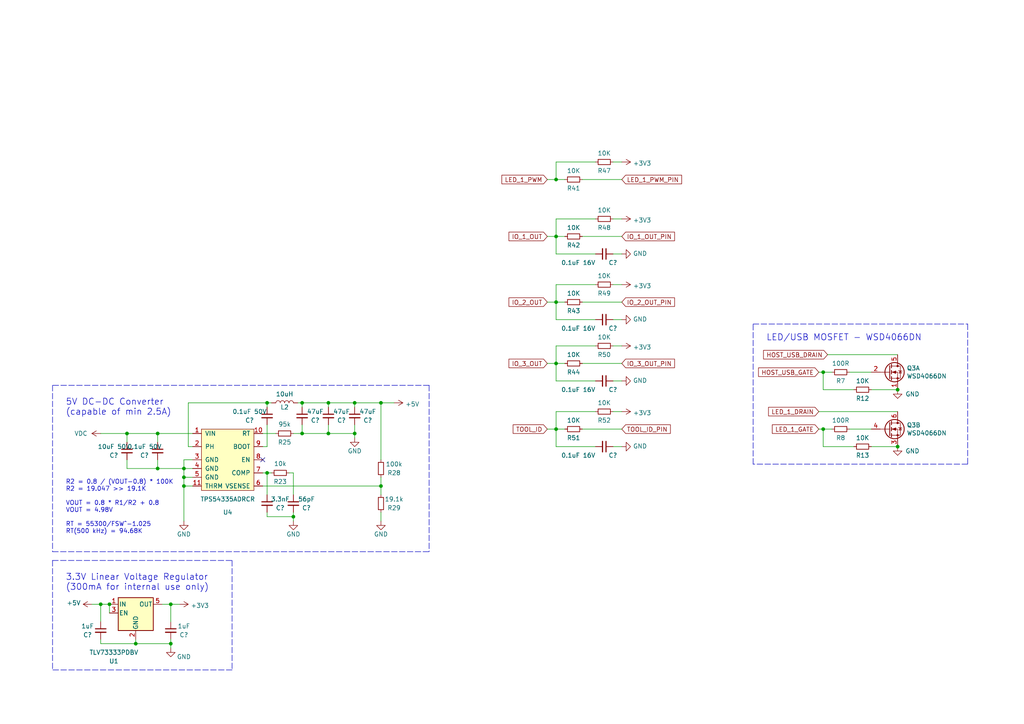
<source format=kicad_sch>
(kicad_sch (version 20231120) (generator "eeschema") (generator_version "8.0")
  (paper "A4")
  (title_block (title "Power Management & Control") (date "2021-10-17") (rev "0.0") (company "VORTAC DESIGN") (comment 1 "!! wip untested revesion !!") (comment 2 "Designed to be used with Klipper Firmware") (comment 3 "Canbus Networked Smart Tool Board") (comment 4 "-- VORTAC PCB --"))
  (lib_symbols
    (symbol "Device:C_Small" (pin_numbers hide) (pin_names (offset 0.254) hide)
      (property "Reference" "C" (at 0.254 1.778 0))
      (property "Value" "C_Small" (at 0.254 -2.032 0))
      (symbol "C_Small_0_1"
        (polyline (pts (xy -1.524 -0.508) (xy 1.524 -0.508)) (stroke (width 0.3302)))
        (polyline (pts (xy -1.524 0.508) (xy 1.524 0.508)) (stroke (width 0.3048)))
      )
      (symbol "C_Small_1_1"
        (pin passive line (at 0 2.54 270) (length 2.032) (name "~") (number "1"))
        (pin passive line (at 0 -2.54 90) (length 2.032) (name "~") (number "2"))
      )
    )
    (symbol "Device:L" (pin_numbers hide) (pin_names (offset 1.016) hide)
      (property "Reference" "L" (at -1.27 0 90))
      (property "Value" "L" (at 1.905 0 90))
      (symbol "L_0_1"
        (arc (start 0 -2.54) (mid 0.6323 -1.905) (end 0 -1.27))
        (arc (start 0 -1.27) (mid 0.6323 -0.635) (end 0 0))
        (arc (start 0 0) (mid 0.6323 0.635) (end 0 1.27))
        (arc (start 0 1.27) (mid 0.6323 1.905) (end 0 2.54))
      )
      (symbol "L_1_1"
        (pin passive line (at 0 3.81 270) (length 1.27) (name "1") (number "1"))
        (pin passive line (at 0 -3.81 90) (length 1.27) (name "2") (number "2"))
      )
    )
    (symbol "Device:R_Small" (pin_numbers hide) (pin_names (offset 0.254) hide)
      (property "Reference" "R" (at 0.762 0.508 0))
      (property "Value" "R_Small" (at 0.762 -1.016 0))
      (symbol "R_Small_0_1"
        (rectangle (start -0.762 1.778) (end 0.762 -1.778) (stroke (width 0.2032)))
      )
      (symbol "R_Small_1_1"
        (pin passive line (at 0 2.54 270) (length 0.762) (name "~") (number "1"))
        (pin passive line (at 0 -2.54 90) (length 0.762) (name "~") (number "2"))
      )
    )
    (symbol "Regulator_Linear:TLV73333PDBV" (pin_names (offset 0.254))
      (property "Reference" "U" (at -3.81 5.715 0))
      (property "Value" "TLV73333PDBV" (at 0 5.715 0))
      (symbol "TLV73333PDBV_0_1"
        (rectangle (start -5.08 4.445) (end 5.08 -5.08) (stroke (width 0.254)) (fill (type background)))
      )
      (symbol "TLV73333PDBV_1_1"
        (pin power_in line (at -7.62 2.54 0) (length 2.54) (name "IN") (number "1"))
        (pin power_in line (at 0 -7.62 90) (length 2.54) (name "GND") (number "2"))
        (pin input line (at -7.62 0 0) (length 2.54) (name "EN") (number "3"))
        (pin no_connect line (at 5.08 0 180) (length 2.54) hide (name "NC") (number "4"))
        (pin power_out line (at 7.62 2.54 180) (length 2.54) (name "OUT") (number "5"))
      )
    )
    (symbol "ToolChanger:TPS54335ADRCR" (pin_names (offset 1.016))
      (property "Reference" "U" (at -3.81 12.7 0))
      (property "Value" "TPS54335ADRCR" (at 0 10.16 0))
      (symbol "TPS54335ADRCR_0_1"
        (rectangle (start -7.62 8.89) (end 7.62 -8.89) (fill (type background)))
      )
      (symbol "TPS54335ADRCR_1_1"
        (pin input line (at -10.16 7.62 0) (length 2.54) (name "VIN") (number "1"))
        (pin input line (at 10.16 7.62 180) (length 2.54) (name "RT") (number "10"))
        (pin input line (at -10.16 -7.62 0) (length 2.54) (name "THRM") (number "11"))
        (pin output line (at -10.16 3.81 0) (length 2.54) (name "PH") (number "2"))
        (pin input line (at -10.16 0 0) (length 2.54) (name "GND") (number "3"))
        (pin input line (at -10.16 -2.54 0) (length 2.54) (name "GND") (number "4"))
        (pin input line (at -10.16 -5.08 0) (length 2.54) (name "GND") (number "5"))
        (pin input line (at 10.16 -7.62 180) (length 2.54) (name "VSENSE") (number "6"))
        (pin input line (at 10.16 -3.81 180) (length 2.54) (name "COMP") (number "7"))
        (pin input line (at 10.16 0 180) (length 2.54) (name "EN") (number "8"))
        (pin input line (at 10.16 3.81 180) (length 2.54) (name "BOOT") (number "9"))
      )
    )
    (symbol "ToolChanger:WSD4066DN" (pin_names hide)
      (property "Reference" "Q" (at 5.08 1.905 0))
      (property "Value" "WSD4066DN" (at 5.08 0 0))
      (symbol "WSD4066DN_0_1"
        (polyline (pts (xy 0.254 0) (xy -2.54 0)))
        (polyline (pts (xy 0.254 1.905) (xy 0.254 -1.905)) (stroke (width 0.254)))
        (polyline (pts (xy 0.762 -1.27) (xy 0.762 -2.286)) (stroke (width 0.254)))
        (polyline (pts (xy 0.762 0.508) (xy 0.762 -0.508)) (stroke (width 0.254)))
        (polyline (pts (xy 0.762 2.286) (xy 0.762 1.27)) (stroke (width 0.254)))
        (polyline (pts (xy 2.54 2.54) (xy 2.54 1.778)))
        (polyline (pts (xy 2.54 -2.54) (xy 2.54 0) (xy 0.762 0)))
        (polyline (pts (xy 0.762 -1.778) (xy 3.302 -1.778) (xy 3.302 1.778) (xy 0.762 1.778)))
        (polyline (pts (xy 1.016 0) (xy 2.032 0.381) (xy 2.032 -0.381) (xy 1.016 0)) (fill (type outline)))
        (polyline (pts (xy 2.794 0.508) (xy 2.921 0.381) (xy 3.683 0.381) (xy 3.81 0.254)))
        (polyline (pts (xy 3.302 0.381) (xy 2.921 -0.254) (xy 3.683 -0.254) (xy 3.302 0.381)))
        (circle (center 1.651 0) (radius 2.794) (stroke (width 0.254)))
        (circle (center 2.54 -1.778) (radius 0.254) (fill (type outline)))
        (circle (center 2.54 1.778) (radius 0.254) (fill (type outline)))
      )
      (symbol "WSD4066DN_1_1"
        (pin passive line (at 2.54 -5.08 90) (length 2.54) (name "S2") (number "1"))
        (pin passive line (at -5.08 0 0) (length 2.54) (name "G2") (number "2"))
        (pin passive line (at 2.54 5.08 270) (length 2.54) (name "D2") (number "5"))
      )
      (symbol "WSD4066DN_2_1"
        (pin passive line (at 2.54 -5.08 90) (length 2.54) (name "S2") (number "3"))
        (pin passive line (at -5.08 0 0) (length 2.54) (name "G2") (number "4"))
        (pin passive line (at 2.54 5.08 270) (length 2.54) (name "D2") (number "6"))
      )
    )
    (symbol "VORTAC-rescue:+3.3V-power" (power) (pin_names (offset 0))
      (property "Value" "power_+3.3V" (at 0 3.556 0))
      (symbol "+3.3V-power_0_1"
        (polyline (pts (xy -0.762 1.27) (xy 0 2.54)))
        (polyline (pts (xy 0 0) (xy 0 2.54)))
        (polyline (pts (xy 0 2.54) (xy 0.762 1.27)))
      )
      (symbol "+3.3V-power_1_1"
        (pin power_in line (at 0 0 90) (length 0) hide (name "+3V3") (number "1"))
      )
    )
    (symbol "VORTAC-rescue:+5V-power" (power) (pin_names (offset 0))
      (property "Value" "power_+5V" (at 0 3.556 0))
      (symbol "+5V-power_0_1"
        (polyline (pts (xy -0.762 1.27) (xy 0 2.54)))
        (polyline (pts (xy 0 0) (xy 0 2.54)))
        (polyline (pts (xy 0 2.54) (xy 0.762 1.27)))
      )
      (symbol "+5V-power_1_1"
        (pin power_in line (at 0 0 90) (length 0) hide (name "+5V") (number "1"))
      )
    )
    (symbol "VORTAC-rescue:GND-power" (power) (pin_names (offset 0))
      (property "Value" "power_GND" (at 0 -3.81 0))
      (symbol "GND-power_0_1"
        (polyline (pts (xy 0 0) (xy 0 -1.27) (xy 1.27 -1.27) (xy 0 -2.54) (xy -1.27 -1.27) (xy 0 -1.27)))
      )
      (symbol "GND-power_1_1"
        (pin power_in line (at 0 0 270) (length 0) hide (name "GND") (number "1"))
      )
    )
    (symbol "VORTAC-rescue:VDC-power" (power) (pin_names (offset 0))
      (property "Value" "power_VDC" (at 0 6.35 0))
      (symbol "VDC-power_0_1"
        (polyline (pts (xy -0.762 1.27) (xy 0 2.54)))
        (polyline (pts (xy 0 0) (xy 0 2.54)))
        (polyline (pts (xy 0 2.54) (xy 0.762 1.27)))
      )
      (symbol "VDC-power_1_1"
        (pin power_in line (at 0 0 90) (length 0) hide (name "VDC") (number "1"))
      )
    )
  )
  (junction (at 85.09 149.86))
  (junction (at 53.34 138.43))
  (junction (at 31.75 175.26))
  (junction (at 161.29 87.63))
  (junction (at 110.49 140.97))
  (junction (at 49.53 186.69))
  (junction (at 53.34 135.89))
  (junction (at 87.63 116.84))
  (junction (at 102.87 125.73))
  (junction (at 161.29 105.41))
  (junction (at 260.35 129.54))
  (junction (at 95.25 125.73))
  (junction (at 161.29 68.58))
  (junction (at 161.29 124.46))
  (junction (at 87.63 125.73))
  (junction (at 260.35 113.03))
  (junction (at 29.21 175.26))
  (junction (at 238.76 124.46))
  (junction (at 110.49 116.84))
  (junction (at 49.53 175.26))
  (junction (at 39.37 186.69))
  (junction (at 36.83 125.73))
  (junction (at 45.72 125.73))
  (junction (at 102.87 116.84))
  (junction (at 77.47 116.84))
  (junction (at 238.76 107.95))
  (junction (at 45.72 135.89))
  (junction (at 77.47 137.16))
  (junction (at 161.29 52.07))
  (junction (at 53.34 140.97))
  (junction (at 95.25 116.84))
  (no_connect (at 76.2 133.35))
  (wire (pts (xy 237.49 107.95) (xy 238.76 107.95)))
  (wire (pts (xy 161.29 87.63) (xy 161.29 92.71)))
  (wire (pts (xy 177.8 63.5) (xy 180.34 63.5)))
  (wire (pts (xy 29.21 186.69) (xy 39.37 186.69)))
  (wire (pts (xy 45.72 128.27) (xy 45.72 125.73)))
  (wire (pts (xy 110.49 143.51) (xy 110.49 140.97)))
  (wire (pts (xy 29.21 185.42) (xy 29.21 186.69)))
  (wire (pts (xy 161.29 124.46) (xy 158.75 124.46)))
  (wire (pts (xy 53.34 140.97) (xy 53.34 138.43)))
  (wire (pts (xy 95.25 125.73) (xy 95.25 123.19)))
  (wire (pts (xy 238.76 129.54) (xy 238.76 124.46)))
  (wire (pts (xy 36.83 128.27) (xy 36.83 125.73)))
  (wire (pts (xy 177.8 100.33) (xy 180.34 100.33)))
  (wire (pts (xy 55.88 138.43) (xy 53.34 138.43)))
  (wire (pts (xy 77.47 116.84) (xy 78.74 116.84)))
  (wire (pts (xy 85.09 137.16) (xy 85.09 143.51)))
  (wire (pts (xy 110.49 151.13) (xy 110.49 148.59)))
  (wire (pts (xy 55.88 140.97) (xy 53.34 140.97)))
  (wire (pts (xy 110.49 116.84) (xy 110.49 133.35)))
  (wire (pts (xy 177.8 46.99) (xy 180.34 46.99)))
  (wire (pts (xy 161.29 87.63) (xy 158.75 87.63)))
  (wire (pts (xy 36.83 135.89) (xy 45.72 135.89)))
  (wire (pts (xy 77.47 148.59) (xy 77.47 149.86)))
  (wire (pts (xy 49.53 186.69) (xy 49.53 185.42)))
  (polyline (pts (xy 15.24 160.02) (xy 124.46 160.02)) (stroke (width 0) (type dash)))
  (wire (pts (xy 54.61 129.54) (xy 55.88 129.54)))
  (wire (pts (xy 102.87 123.19) (xy 102.87 125.73)))
  (wire (pts (xy 76.2 129.54) (xy 77.47 129.54)))
  (wire (pts (xy 45.72 133.35) (xy 45.72 135.89)))
  (polyline (pts (xy 218.44 134.62) (xy 218.44 93.98)) (stroke (width 0) (type dash)))
  (wire (pts (xy 177.8 119.38) (xy 180.34 119.38)))
  (wire (pts (xy 95.25 116.84) (xy 102.87 116.84)))
  (wire (pts (xy 39.37 186.69) (xy 49.53 186.69)))
  (wire (pts (xy 53.34 133.35) (xy 55.88 133.35)))
  (polyline (pts (xy 280.67 93.98) (xy 280.67 134.62)) (stroke (width 0) (type dash)))
  (wire (pts (xy 161.29 129.54) (xy 172.72 129.54)))
  (wire (pts (xy 29.21 125.73) (xy 36.83 125.73)))
  (wire (pts (xy 168.91 105.41) (xy 180.34 105.41)))
  (wire (pts (xy 161.29 119.38) (xy 172.72 119.38)))
  (wire (pts (xy 168.91 87.63) (xy 180.34 87.63)))
  (wire (pts (xy 246.38 107.95) (xy 252.73 107.95)))
  (wire (pts (xy 252.73 129.54) (xy 260.35 129.54)))
  (wire (pts (xy 45.72 135.89) (xy 53.34 135.89)))
  (wire (pts (xy 161.29 124.46) (xy 161.29 129.54)))
  (wire (pts (xy 161.29 92.71) (xy 172.72 92.71)))
  (wire (pts (xy 36.83 133.35) (xy 36.83 135.89)))
  (wire (pts (xy 161.29 63.5) (xy 172.72 63.5)))
  (wire (pts (xy 36.83 125.73) (xy 45.72 125.73)))
  (wire (pts (xy 168.91 124.46) (xy 180.34 124.46)))
  (polyline (pts (xy 67.31 194.31) (xy 15.24 194.31)) (stroke (width 0) (type dash)))
  (wire (pts (xy 54.61 129.54) (xy 54.61 116.84)))
  (wire (pts (xy 161.29 68.58) (xy 161.29 73.66)))
  (wire (pts (xy 161.29 100.33) (xy 161.29 105.41)))
  (wire (pts (xy 161.29 100.33) (xy 172.72 100.33)))
  (wire (pts (xy 83.82 137.16) (xy 85.09 137.16)))
  (wire (pts (xy 161.29 52.07) (xy 163.83 52.07)))
  (wire (pts (xy 45.72 125.73) (xy 55.88 125.73)))
  (wire (pts (xy 161.29 52.07) (xy 158.75 52.07)))
  (wire (pts (xy 177.8 82.55) (xy 180.34 82.55)))
  (polyline (pts (xy 218.44 93.98) (xy 280.67 93.98)) (stroke (width 0) (type dash)))
  (wire (pts (xy 260.35 113.03) (xy 252.73 113.03)))
  (wire (pts (xy 26.67 175.26) (xy 29.21 175.26)))
  (wire (pts (xy 161.29 68.58) (xy 158.75 68.58)))
  (wire (pts (xy 77.47 118.11) (xy 77.47 116.84)))
  (wire (pts (xy 86.36 116.84) (xy 87.63 116.84)))
  (polyline (pts (xy 124.46 111.76) (xy 124.46 160.02)) (stroke (width 0) (type dash)))
  (wire (pts (xy 110.49 140.97) (xy 110.49 138.43)))
  (wire (pts (xy 247.65 129.54) (xy 238.76 129.54)))
  (polyline (pts (xy 15.24 162.56) (xy 67.31 162.56)) (stroke (width 0) (type dash)))
  (wire (pts (xy 237.49 119.38) (xy 260.35 119.38)))
  (wire (pts (xy 49.53 186.69) (xy 49.53 187.96)))
  (wire (pts (xy 161.29 110.49) (xy 172.72 110.49)))
  (wire (pts (xy 76.2 137.16) (xy 77.47 137.16)))
  (wire (pts (xy 53.34 135.89) (xy 53.34 133.35)))
  (wire (pts (xy 238.76 124.46) (xy 241.3 124.46)))
  (wire (pts (xy 177.8 92.71) (xy 180.34 92.71)))
  (wire (pts (xy 161.29 119.38) (xy 161.29 124.46)))
  (wire (pts (xy 102.87 127) (xy 102.87 125.73)))
  (wire (pts (xy 161.29 105.41) (xy 158.75 105.41)))
  (wire (pts (xy 53.34 138.43) (xy 53.34 135.89)))
  (wire (pts (xy 102.87 116.84) (xy 110.49 116.84)))
  (wire (pts (xy 87.63 116.84) (xy 95.25 116.84)))
  (wire (pts (xy 240.03 102.87) (xy 260.35 102.87)))
  (wire (pts (xy 177.8 129.54) (xy 180.34 129.54)))
  (polyline (pts (xy 67.31 162.56) (xy 67.31 194.31)) (stroke (width 0) (type dash)))
  (wire (pts (xy 85.09 151.13) (xy 85.09 149.86)))
  (wire (pts (xy 55.88 135.89) (xy 53.34 135.89)))
  (wire (pts (xy 161.29 63.5) (xy 161.29 68.58)))
  (wire (pts (xy 87.63 125.73) (xy 95.25 125.73)))
  (wire (pts (xy 53.34 140.97) (xy 53.34 151.13)))
  (wire (pts (xy 85.09 148.59) (xy 85.09 149.86)))
  (wire (pts (xy 246.38 124.46) (xy 252.73 124.46)))
  (wire (pts (xy 76.2 125.73) (xy 80.01 125.73)))
  (polyline (pts (xy 280.67 134.62) (xy 218.44 134.62)) (stroke (width 0) (type dash)))
  (wire (pts (xy 76.2 140.97) (xy 110.49 140.97)))
  (wire (pts (xy 49.53 175.26) (xy 52.07 175.26)))
  (wire (pts (xy 161.29 82.55) (xy 172.72 82.55)))
  (wire (pts (xy 29.21 175.26) (xy 31.75 175.26)))
  (wire (pts (xy 161.29 82.55) (xy 161.29 87.63)))
  (wire (pts (xy 39.37 186.69) (xy 39.37 185.42)))
  (wire (pts (xy 237.49 124.46) (xy 238.76 124.46)))
  (wire (pts (xy 161.29 87.63) (xy 163.83 87.63)))
  (wire (pts (xy 161.29 46.99) (xy 172.72 46.99)))
  (wire (pts (xy 95.25 118.11) (xy 95.25 116.84)))
  (wire (pts (xy 77.47 137.16) (xy 78.74 137.16)))
  (wire (pts (xy 161.29 105.41) (xy 161.29 110.49)))
  (wire (pts (xy 102.87 125.73) (xy 95.25 125.73)))
  (wire (pts (xy 238.76 107.95) (xy 241.3 107.95)))
  (wire (pts (xy 161.29 124.46) (xy 163.83 124.46)))
  (wire (pts (xy 87.63 118.11) (xy 87.63 116.84)))
  (wire (pts (xy 238.76 107.95) (xy 238.76 113.03)))
  (wire (pts (xy 168.91 68.58) (xy 180.34 68.58)))
  (wire (pts (xy 168.91 52.07) (xy 180.34 52.07)))
  (wire (pts (xy 77.47 149.86) (xy 85.09 149.86)))
  (wire (pts (xy 49.53 175.26) (xy 49.53 180.34)))
  (wire (pts (xy 31.75 177.8) (xy 31.75 175.26)))
  (polyline (pts (xy 124.46 111.76) (xy 15.24 111.76)) (stroke (width 0) (type dash)))
  (wire (pts (xy 110.49 116.84) (xy 114.3 116.84)))
  (wire (pts (xy 161.29 68.58) (xy 163.83 68.58)))
  (wire (pts (xy 161.29 73.66) (xy 172.72 73.66)))
  (wire (pts (xy 46.99 175.26) (xy 49.53 175.26)))
  (polyline (pts (xy 15.24 162.56) (xy 15.24 194.31)) (stroke (width 0) (type dash)))
  (wire (pts (xy 77.47 129.54) (xy 77.47 123.19)))
  (wire (pts (xy 85.09 125.73) (xy 87.63 125.73)))
  (wire (pts (xy 87.63 123.19) (xy 87.63 125.73)))
  (wire (pts (xy 102.87 118.11) (xy 102.87 116.84)))
  (polyline (pts (xy 15.24 111.76) (xy 15.24 160.02)) (stroke (width 0) (type dash)))
  (wire (pts (xy 77.47 116.84) (xy 54.61 116.84)))
  (wire (pts (xy 177.8 110.49) (xy 180.34 110.49)))
  (wire (pts (xy 177.8 73.66) (xy 180.34 73.66)))
  (wire (pts (xy 77.47 137.16) (xy 77.47 143.51)))
  (wire (pts (xy 238.76 113.03) (xy 247.65 113.03)))
  (wire (pts (xy 29.21 175.26) (xy 29.21 180.34)))
  (wire (pts (xy 161.29 46.99) (xy 161.29 52.07)))
  (wire (pts (xy 161.29 105.41) (xy 163.83 105.41)))
  (text "R2 = 0.8 / (VOUT-0.8) * 100K\nR2 = 19.047 >> 19.1K\n\nVOUT = 0.8 * R1/R2 + 0.8\nVOUT = 4.98V\n\nRT = 55300/FSW^-1.025\nRT(500 kHz) = 94.68K" (at 19.05 154.94 0) (effects (font (size 1.27 1.27)) (justify left bottom)))
  (text "5V DC-DC Converter\n(capable of min 2.5A)" (at 19.05 120.65 0) (effects (font (size 1.8034 1.8034)) (justify left bottom)))
  (text "LED/USB MOSFET - WSD4066DN" (at 222.25 99.06 0) (effects (font (size 1.8034 1.8034)) (justify left bottom)))
  (text "3.3V Linear Voltage Regulator\n(300mA for internal use only)" (at 19.05 171.45 0) (effects (font (size 1.8034 1.8034)) (justify left bottom)))
  (global_label "IO_1_OUT_PIN" (shape input) (at 180.34 68.58 0) (property "Intersheetrefs" "${INTERSHEET_REFS}" (effects (hide yes))))
  (global_label "TOOL_ID_PIN" (shape input) (at 180.34 124.46 0) (property "Intersheetrefs" "${INTERSHEET_REFS}" (effects (hide yes))))
  (global_label "LED_1_GATE" (shape input) (at 237.49 124.46 180) (property "Intersheetrefs" "${INTERSHEET_REFS}" (effects (hide yes))))
  (global_label "LED_1_PWM" (shape input) (at 158.75 52.07 180) (property "Intersheetrefs" "${INTERSHEET_REFS}" (effects (hide yes))))
  (global_label "HOST_USB_DRAIN" (shape input) (at 240.03 102.87 180) (property "Intersheetrefs" "${INTERSHEET_REFS}" (effects (hide yes))))
  (global_label "IO_2_OUT_PIN" (shape input) (at 180.34 87.63 0) (property "Intersheetrefs" "${INTERSHEET_REFS}" (effects (hide yes))))
  (global_label "IO_3_OUT_PIN" (shape input) (at 180.34 105.41 0) (property "Intersheetrefs" "${INTERSHEET_REFS}" (effects (hide yes))))
  (global_label "LED_1_PWM_PIN" (shape input) (at 180.34 52.07 0) (property "Intersheetrefs" "${INTERSHEET_REFS}" (effects (hide yes))))
  (global_label "TOOL_ID" (shape input) (at 158.75 124.46 180) (property "Intersheetrefs" "${INTERSHEET_REFS}" (effects (hide yes))))
  (global_label "IO_2_OUT" (shape input) (at 158.75 87.63 180) (property "Intersheetrefs" "${INTERSHEET_REFS}" (effects (hide yes))))
  (global_label "LED_1_DRAIN" (shape input) (at 237.49 119.38 180) (property "Intersheetrefs" "${INTERSHEET_REFS}" (effects (hide yes))))
  (global_label "IO_1_OUT" (shape input) (at 158.75 68.58 180) (property "Intersheetrefs" "${INTERSHEET_REFS}" (effects (hide yes))))
  (global_label "HOST_USB_GATE" (shape input) (at 237.49 107.95 180) (property "Intersheetrefs" "${INTERSHEET_REFS}" (effects (hide yes))))
  (global_label "IO_3_OUT" (shape input) (at 158.75 105.41 180) (property "Intersheetrefs" "${INTERSHEET_REFS}" (effects (hide yes))))
  (symbol (lib_id "ToolChanger:WSD4066DN") (at 257.81 124.46 0) (unit 2)
    (property "Reference" "Q3" (at 262.9916 123.2916 0) (effects (justify left)))
    (property "Value" "WSD4066DN" (at 262.9916 125.603 0) (effects (justify left)))
    (property "Footprint" "ToolChanger:WSD4066DN_ThermalPad" (effects (hide yes)))
    (property "Datasheet" "https://www.lcsc.com/product-detail/MOSFETs_Winsok-Semicon-WSD4066DN_C377861.html" (effects (hide yes)))
    (property "LCSC" "C377861" (effects (hide yes)))
  )
  (symbol (lib_id "VORTAC-rescue:GND-power") (at 260.35 113.03 0) (unit 1)
    (property "Reference" "#PWR011" (effects (hide yes)))
    (property "Value" "GND" (at 266.7 114.3 0) (effects (justify right)))
  )
  (symbol (lib_id "Device:R_Small") (at 250.19 113.03 270) (unit 1)
    (property "Reference" "R12" (at 250.19 115.57 90))
    (property "Value" "10K" (at 250.19 110.49 90))
    (property "Footprint" "Resistor_SMD:R_0402_1005Metric" (effects (hide yes)))
  )
  (symbol (lib_id "ToolChanger:WSD4066DN") (at 257.81 107.95 0) (unit 1)
    (property "Reference" "Q3" (at 262.9916 106.7816 0) (effects (justify left)))
    (property "Value" "WSD4066DN" (at 262.9916 109.093 0) (effects (justify left)))
    (property "Footprint" "ToolChanger:WSD4066DN_ThermalPad" (effects (hide yes)))
    (property "Datasheet" "https://www.lcsc.com/product-detail/MOSFETs_Winsok-Semicon-WSD4066DN_C377861.html" (effects (hide yes)))
    (property "LCSC" "C377861" (effects (hide yes)))
  )
  (symbol (lib_id "Device:R_Small") (at 243.84 107.95 270) (unit 1)
    (property "Reference" "R7" (at 243.84 110.49 90))
    (property "Value" "100R" (at 243.84 105.41 90))
    (property "Footprint" "Resistor_SMD:R_0402_1005Metric" (effects (hide yes)))
  )
  (symbol (lib_id "Device:R_Small") (at 243.84 124.46 270) (unit 1)
    (property "Reference" "R8" (at 243.84 127 90))
    (property "Value" "100R" (at 243.84 121.92 90))
    (property "Footprint" "Resistor_SMD:R_0402_1005Metric" (effects (hide yes)))
  )
  (symbol (lib_id "Device:R_Small") (at 250.19 129.54 270) (unit 1)
    (property "Reference" "R13" (at 250.19 132.08 90))
    (property "Value" "10K" (at 250.19 127 90))
    (property "Footprint" "Resistor_SMD:R_0402_1005Metric" (effects (hide yes)))
  )
  (symbol (lib_id "VORTAC-rescue:GND-power") (at 260.35 129.54 0) (unit 1)
    (property "Reference" "#PWR012" (effects (hide yes)))
    (property "Value" "GND" (at 266.7 130.81 0) (effects (justify right)))
  )
  (symbol (lib_id "VORTAC-rescue:+3.3V-power") (at 180.34 46.99 270) (unit 1)
    (property "Reference" "#PWR0165" (effects (hide yes)))
    (property "Value" "+3V3" (at 183.5912 47.371 90) (effects (justify left)))
  )
  (symbol (lib_id "Device:R_Small") (at 166.37 52.07 270) (unit 1)
    (property "Reference" "R41" (at 166.37 54.61 90))
    (property "Value" "10K" (at 166.37 49.53 90))
    (property "Footprint" "Resistor_SMD:R_0402_1005Metric" (effects (hide yes)))
  )
  (symbol (lib_id "Device:R_Small") (at 175.26 46.99 270) (unit 1)
    (property "Reference" "R47" (at 175.26 49.53 90))
    (property "Value" "10K" (at 175.26 44.45 90))
    (property "Footprint" "Resistor_SMD:R_0402_1005Metric" (effects (hide yes)))
  )
  (symbol (lib_id "VORTAC-rescue:+3.3V-power") (at 180.34 63.5 270) (unit 1)
    (property "Reference" "#PWR0166" (effects (hide yes)))
    (property "Value" "+3V3" (at 183.5912 63.881 90) (effects (justify left)))
  )
  (symbol (lib_id "Device:R_Small") (at 166.37 68.58 270) (unit 1)
    (property "Reference" "R42" (at 166.37 71.12 90))
    (property "Value" "10K" (at 166.37 66.04 90))
    (property "Footprint" "Resistor_SMD:R_0402_1005Metric" (effects (hide yes)))
  )
  (symbol (lib_id "Device:R_Small") (at 175.26 63.5 270) (unit 1)
    (property "Reference" "R48" (at 175.26 66.04 90))
    (property "Value" "10K" (at 175.26 60.96 90))
    (property "Footprint" "Resistor_SMD:R_0402_1005Metric" (effects (hide yes)))
  )
  (symbol (lib_id "Device:C_Small") (at 175.26 73.66 270) (unit 1)
    (property "Reference" "C?" (at 179.07 76.2 90) (effects (justify right)))
    (property "Value" "0.1uF 16V" (at 172.72 76.2 90) (effects (justify right)))
    (property "Footprint" "Capacitor_SMD:C_0402_1005Metric" (effects (hide yes)))
    (property "Datasheet" "https://www.lcsc.com/product-detail/Multilayer-Ceramic-Capacitors-MLCC-SMD-SMT_Samsung-Electro-Mechanics-CL05B104KO5NNNC_C1525.html" (effects (hide yes)))
    (property "LCSC" "C1525" (effects (hide yes)))
    (instances (project "VORTAC_YOLO" (path "" (reference "C?") (unit 1)) (path "" (reference "C46") (unit 1))))
  )
  (symbol (lib_id "VORTAC-rescue:GND-power") (at 180.34 73.66 90) (unit 1)
    (property "Reference" "#PWR0167" (effects (hide yes)))
    (property "Value" "GND" (at 183.5912 73.533 90) (effects (justify right)))
  )
  (symbol (lib_id "Device:R_Small") (at 166.37 87.63 270) (unit 1)
    (property "Reference" "R43" (at 166.37 90.17 90))
    (property "Value" "10K" (at 166.37 85.09 90))
    (property "Footprint" "Resistor_SMD:R_0402_1005Metric" (effects (hide yes)))
  )
  (symbol (lib_id "Device:R_Small") (at 175.26 82.55 270) (unit 1)
    (property "Reference" "R49" (at 175.26 85.09 90))
    (property "Value" "10K" (at 175.26 80.01 90))
    (property "Footprint" "Resistor_SMD:R_0402_1005Metric" (effects (hide yes)))
  )
  (symbol (lib_id "VORTAC-rescue:+3.3V-power") (at 180.34 82.55 270) (unit 1)
    (property "Reference" "#PWR0168" (effects (hide yes)))
    (property "Value" "+3V3" (at 183.5912 82.931 90) (effects (justify left)))
  )
  (symbol (lib_id "Device:C_Small") (at 175.26 92.71 270) (unit 1)
    (property "Reference" "C?" (at 179.07 95.25 90) (effects (justify right)))
    (property "Value" "0.1uF 16V" (at 172.72 95.25 90) (effects (justify right)))
    (property "Footprint" "Capacitor_SMD:C_0402_1005Metric" (effects (hide yes)))
    (property "Datasheet" "https://www.lcsc.com/product-detail/Multilayer-Ceramic-Capacitors-MLCC-SMD-SMT_Samsung-Electro-Mechanics-CL05B104KO5NNNC_C1525.html" (effects (hide yes)))
    (property "LCSC" "C1525" (effects (hide yes)))
    (instances (project "VORTAC_YOLO" (path "" (reference "C?") (unit 1)) (path "" (reference "C47") (unit 1))))
  )
  (symbol (lib_id "VORTAC-rescue:GND-power") (at 180.34 92.71 90) (unit 1)
    (property "Reference" "#PWR0169" (effects (hide yes)))
    (property "Value" "GND" (at 183.5912 92.583 90) (effects (justify right)))
  )
  (symbol (lib_id "Device:R_Small") (at 166.37 105.41 270) (unit 1)
    (property "Reference" "R44" (at 166.37 107.95 90))
    (property "Value" "10K" (at 166.37 102.87 90))
    (property "Footprint" "Resistor_SMD:R_0402_1005Metric" (effects (hide yes)))
  )
  (symbol (lib_id "Device:R_Small") (at 175.26 100.33 270) (unit 1)
    (property "Reference" "R50" (at 175.26 102.87 90))
    (property "Value" "10K" (at 175.26 97.79 90))
    (property "Footprint" "Resistor_SMD:R_0402_1005Metric" (effects (hide yes)))
  )
  (symbol (lib_id "VORTAC-rescue:+3.3V-power") (at 180.34 100.33 270) (unit 1)
    (property "Reference" "#PWR0170" (effects (hide yes)))
    (property "Value" "+3V3" (at 183.5912 100.711 90) (effects (justify left)))
  )
  (symbol (lib_id "Device:C_Small") (at 175.26 110.49 270) (unit 1)
    (property "Reference" "C?" (at 179.07 113.03 90) (effects (justify right)))
    (property "Value" "0.1uF 16V" (at 172.72 113.03 90) (effects (justify right)))
    (property "Footprint" "Capacitor_SMD:C_0402_1005Metric" (effects (hide yes)))
    (property "Datasheet" "https://www.lcsc.com/product-detail/Multilayer-Ceramic-Capacitors-MLCC-SMD-SMT_Samsung-Electro-Mechanics-CL05B104KO5NNNC_C1525.html" (effects (hide yes)))
    (property "LCSC" "C1525" (effects (hide yes)))
    (instances (project "VORTAC_YOLO" (path "" (reference "C?") (unit 1)) (path "" (reference "C48") (unit 1))))
  )
  (symbol (lib_id "VORTAC-rescue:GND-power") (at 180.34 110.49 90) (unit 1)
    (property "Reference" "#PWR0171" (effects (hide yes)))
    (property "Value" "GND" (at 183.5912 110.363 90) (effects (justify right)))
  )
  (symbol (lib_id "Device:R_Small") (at 166.37 124.46 270) (unit 1)
    (property "Reference" "R51" (at 166.37 127 90))
    (property "Value" "10K" (at 166.37 121.92 90))
    (property "Footprint" "Resistor_SMD:R_0402_1005Metric" (effects (hide yes)))
  )
  (symbol (lib_id "Device:R_Small") (at 175.26 119.38 270) (unit 1)
    (property "Reference" "R52" (at 175.26 121.92 90))
    (property "Value" "10K" (at 175.26 116.84 90))
    (property "Footprint" "Resistor_SMD:R_0402_1005Metric" (effects (hide yes)))
  )
  (symbol (lib_id "VORTAC-rescue:+3.3V-power") (at 180.34 119.38 270) (unit 1)
    (property "Reference" "#PWR0172" (effects (hide yes)))
    (property "Value" "+3V3" (at 183.5912 119.761 90) (effects (justify left)))
  )
  (symbol (lib_id "Device:C_Small") (at 175.26 129.54 270) (unit 1)
    (property "Reference" "C?" (at 179.07 132.08 90) (effects (justify right)))
    (property "Value" "0.1uF 16V" (at 172.72 132.08 90) (effects (justify right)))
    (property "Footprint" "Capacitor_SMD:C_0402_1005Metric" (effects (hide yes)))
    (property "Datasheet" "https://www.lcsc.com/product-detail/Multilayer-Ceramic-Capacitors-MLCC-SMD-SMT_Samsung-Electro-Mechanics-CL05B104KO5NNNC_C1525.html" (effects (hide yes)))
    (property "LCSC" "C1525" (effects (hide yes)))
    (instances (project "VORTAC_YOLO" (path "" (reference "C?") (unit 1)) (path "" (reference "C49") (unit 1))))
  )
  (symbol (lib_id "VORTAC-rescue:GND-power") (at 180.34 129.54 90) (unit 1)
    (property "Reference" "#PWR0173" (effects (hide yes)))
    (property "Value" "GND" (at 183.5912 129.413 90) (effects (justify right)))
  )
  (symbol (lib_id "VORTAC-rescue:VDC-power") (at 29.21 125.73 90) (unit 1)
    (property "Reference" "#PWR0143" (effects (hide yes)))
    (property "Value" "VDC" (at 25.4 125.73 90) (effects (justify left)))
  )
  (symbol (lib_id "VORTAC-rescue:+5V-power") (at 26.67 175.26 90) (unit 1)
    (property "Reference" "#PWR0144" (effects (hide yes)))
    (property "Value" "+5V" (at 23.4188 174.879 90) (effects (justify left)))
  )
  (symbol (lib_id "VORTAC-rescue:+3.3V-power") (at 52.07 175.26 270) (unit 1)
    (property "Reference" "#PWR0145" (effects (hide yes)))
    (property "Value" "+3V3" (at 55.3212 175.641 90) (effects (justify left)))
  )
  (symbol (lib_id "VORTAC-rescue:+5V-power") (at 114.3 116.84 270) (unit 1)
    (property "Reference" "#PWR0146" (effects (hide yes)))
    (property "Value" "+5V" (at 117.5512 117.221 90) (effects (justify left)))
  )
  (symbol (lib_id "Device:R_Small") (at 82.55 125.73 270) (unit 1)
    (property "Reference" "R25" (at 82.55 128.27 90))
    (property "Value" "95k" (at 82.55 123.063 90))
    (property "Footprint" "Resistor_SMD:R_0402_1005Metric" (effects (hide yes)))
    (instances (project "VORTAC_YOLO" (path "" (reference "R25") (unit 1)) (path "" (reference "R?") (unit 1))))
  )
  (symbol (lib_id "Device:C_Small") (at 77.47 120.65 0) (unit 1)
    (property "Reference" "C?" (at 72.39 121.92 0))
    (property "Value" "0.1uF 50V" (at 72.39 119.38 0))
    (property "Footprint" "Capacitor_SMD:C_0603_1608Metric" (effects (hide yes)))
    (property "Datasheet" "https://www.lcsc.com/product-detail/Multilayer-Ceramic-Capacitors-MLCC-SMD-SMT_Samsung-Electro-Mechanics-CL10B104KB8NNNC_C1591.html" (effects (hide yes)))
    (property "LCSC" "C1591" (effects (hide yes)))
    (instances (project "VORTAC_YOLO" (path "" (reference "C?") (unit 1)) (path "" (reference "C11") (unit 1))))
  )
  (symbol (lib_id "VORTAC-rescue:GND-power") (at 53.34 151.13 0) (unit 1)
    (property "Reference" "#PWR?" (effects (hide yes)))
    (property "Value" "GND" (at 53.34 154.94 0))
    (instances (project "VORTAC_YOLO" (path "" (reference "#PWR?") (unit 1)) (path "" (reference "#PWR0103") (unit 1))))
  )
  (symbol (lib_id "Device:L") (at 82.55 116.84 90) (unit 1)
    (property "Reference" "L2" (at 82.55 118.11 90))
    (property "Value" "10uH" (at 82.55 114.3 90))
    (property "Footprint" "ToolChanger:L_Sunlord_MWSA0518_5.4x5.2mm" (effects (hide yes)))
    (property "Datasheet" "https://www.lcsc.com/product-detail/Power-Inductors_Sunlord-MWSA0503S-100MT_C408412.html" (effects (hide yes)))
    (property "LCSC" "C408412" (effects (hide yes)))
    (property "LCSC ALT" "C436530" (effects (hide yes)))
    (instances (project "VORTAC_YOLO" (path "" (reference "L2") (unit 1)) (path "" (reference "10uH?") (unit 1))))
  )
  (symbol (lib_id "Device:C_Small") (at 87.63 120.65 0) (unit 1)
    (property "Reference" "C?" (at 91.44 121.92 0))
    (property "Value" "47uF" (at 91.44 119.38 0))
    (property "Footprint" "Capacitor_SMD:C_0805_2012Metric" (effects (hide yes)))
    (property "Datasheet" "https://www.lcsc.com/product-detail/Multilayer-Ceramic-Capacitors-MLCC-SMD-SMT_SANYEAR-C0805X5R476M100NT_C466799.html" (effects (hide yes)))
    (property "LCSC" "C466799" (effects (hide yes)))
    (instances (project "VORTAC_YOLO" (path "" (reference "C?") (unit 1)) (path "" (reference "C16") (unit 1))))
  )
  (symbol (lib_id "Device:C_Small") (at 95.25 120.65 0) (unit 1)
    (property "Reference" "C?" (at 99.06 121.92 0))
    (property "Value" "47uF" (at 99.06 119.38 0))
    (property "Footprint" "Capacitor_SMD:C_0805_2012Metric" (effects (hide yes)))
    (property "Datasheet" "https://www.lcsc.com/product-detail/Multilayer-Ceramic-Capacitors-MLCC-SMD-SMT_SANYEAR-C0805X5R476M100NT_C466799.html" (effects (hide yes)))
    (property "LCSC" "C466799" (effects (hide yes)))
    (instances (project "VORTAC_YOLO" (path "" (reference "C?") (unit 1)) (path "" (reference "C18") (unit 1))))
  )
  (symbol (lib_id "VORTAC-rescue:GND-power") (at 110.49 151.13 0) (unit 1)
    (property "Reference" "#PWR?" (effects (hide yes)))
    (property "Value" "GND" (at 110.49 154.94 0))
    (instances (project "VORTAC_YOLO" (path "" (reference "#PWR?") (unit 1)) (path "" (reference "#PWR0104") (unit 1))))
  )
  (symbol (lib_id "VORTAC-rescue:GND-power") (at 102.87 127 0) (unit 1)
    (property "Reference" "#PWR?" (effects (hide yes)))
    (property "Value" "GND" (at 102.87 130.81 0))
    (instances (project "VORTAC_YOLO" (path "" (reference "#PWR?") (unit 1)) (path "" (reference "#PWR0105") (unit 1))))
  )
  (symbol (lib_id "Device:R_Small") (at 81.28 137.16 270) (unit 1)
    (property "Reference" "R23" (at 81.28 139.7 90))
    (property "Value" "10k" (at 81.28 134.493 90))
    (property "Footprint" "Resistor_SMD:R_0402_1005Metric" (effects (hide yes)))
    (instances (project "VORTAC_YOLO" (path "" (reference "R23") (unit 1)) (path "" (reference "R?") (unit 1))))
  )
  (symbol (lib_id "Device:C_Small") (at 77.47 146.05 0) (unit 1)
    (property "Reference" "C?" (at 81.28 147.32 0))
    (property "Value" "3.3nF" (at 81.28 144.78 0))
    (property "Footprint" "Capacitor_SMD:C_0603_1608Metric" (effects (hide yes)))
    (property "Datasheet" "https://www.lcsc.com/product-detail/Multilayer-Ceramic-Capacitors-MLCC-SMD-SMT_Walsin-Tech-Corp-0603N332J500CT_C152910.html" (effects (hide yes)))
    (property "LCSC" "C152910" (effects (hide yes)))
    (instances (project "VORTAC_YOLO" (path "" (reference "C?") (unit 1)) (path "" (reference "C12") (unit 1))))
  )
  (symbol (lib_id "Device:C_Small") (at 85.09 146.05 0) (unit 1)
    (property "Reference" "C?" (at 88.9 147.32 0))
    (property "Value" "56pF" (at 88.9 144.78 0))
    (property "Footprint" "Capacitor_SMD:C_0603_1608Metric" (effects (hide yes)))
    (property "Datasheet" "https://www.lcsc.com/product-detail/Multilayer-Ceramic-Capacitors-MLCC-SMD-SMT_Walsin-Tech-Corp-HH18N560J500CT_C431816.html" (effects (hide yes)))
    (property "LCSC" "C431816" (effects (hide yes)))
    (instances (project "VORTAC_YOLO" (path "" (reference "C?") (unit 1)) (path "" (reference "C14") (unit 1))))
  )
  (symbol (lib_id "Device:R_Small") (at 110.49 135.89 0) (unit 1)
    (property "Reference" "R28" (at 114.3 137.16 0))
    (property "Value" "100k" (at 114.3 134.62 0))
    (property "Footprint" "Resistor_SMD:R_0402_1005Metric" (effects (hide yes)))
    (instances (project "VORTAC_YOLO" (path "" (reference "R28") (unit 1)) (path "" (reference "R?") (unit 1))))
  )
  (symbol (lib_id "VORTAC-rescue:GND-power") (at 85.09 151.13 0) (unit 1)
    (property "Reference" "#PWR?" (effects (hide yes)))
    (property "Value" "GND" (at 85.09 154.94 0))
    (instances (project "VORTAC_YOLO" (path "" (reference "#PWR?") (unit 1)) (path "" (reference "#PWR0106") (unit 1))))
  )
  (symbol (lib_id "Device:R_Small") (at 110.49 146.05 0) (unit 1)
    (property "Reference" "R29" (at 114.3 147.32 0))
    (property "Value" "19.1k" (at 114.3 144.78 0))
    (property "Footprint" "Resistor_SMD:R_0402_1005Metric" (effects (hide yes)))
    (instances (project "VORTAC_YOLO" (path "" (reference "R29") (unit 1)) (path "" (reference "R?") (unit 1))))
  )
  (symbol (lib_id "ToolChanger:TPS54335ADRCR") (at 66.04 133.35 0) (unit 1)
    (property "Reference" "U4" (at 66.04 148.59 0))
    (property "Value" "TPS54335ADRCR" (at 66.04 144.78 0))
    (property "Footprint" "ToolChanger:VSON-10-1EP_3x3mm_P0.5mm_EP1.65x2.4mm_ThermalVias" (effects (hide yes)))
    (property "Datasheet" "https://www.lcsc.com/product-detail/DC-DC-Converters_Texas-Instruments-TPS54335ADRCR_C473400.html" (effects (hide yes)))
    (property "LCSC" "C473400" (effects (hide yes)))
    (instances (project "VORTAC_YOLO" (path "" (reference "U4") (unit 1)) (path "" (reference "U?") (unit 1))))
  )
  (symbol (lib_id "Device:C_Small") (at 36.83 130.81 0) (unit 1)
    (property "Reference" "C?" (at 33.02 132.08 0))
    (property "Value" "10uF 50V" (at 33.02 129.54 0))
    (property "Footprint" "Capacitor_SMD:C_1206_3216Metric" (effects (hide yes)))
    (property "Datasheet" "https://www.lcsc.com/product-detail/Multilayer-Ceramic-Capacitors-MLCC-SMD-SMT_Samsung-Electro-Mechanics-CL31B106KBHNNNE_C89632.html" (effects (hide yes)))
    (property "LCSC" "C89632" (effects (hide yes)))
    (instances (project "VORTAC_YOLO" (path "" (reference "C?") (unit 1)) (path "" (reference "C5") (unit 1))))
  )
  (symbol (lib_id "Device:C_Small") (at 45.72 130.81 0) (unit 1)
    (property "Reference" "C?" (at 41.91 132.08 0))
    (property "Value" "0.1uF 50V" (at 41.91 129.54 0))
    (property "Footprint" "Capacitor_SMD:C_0603_1608Metric" (effects (hide yes)))
    (property "Datasheet" "https://www.lcsc.com/product-detail/Multilayer-Ceramic-Capacitors-MLCC-SMD-SMT_Samsung-Electro-Mechanics-CL10B104KB8NNNC_C1591.html" (effects (hide yes)))
    (property "LCSC" "C1591" (effects (hide yes)))
    (instances (project "VORTAC_YOLO" (path "" (reference "C?") (unit 1)) (path "" (reference "C7") (unit 1))))
  )
  (symbol (lib_id "Device:C_Small") (at 102.87 120.65 0) (unit 1)
    (property "Reference" "C?" (at 106.68 121.92 0))
    (property "Value" "47uF" (at 106.68 119.38 0))
    (property "Footprint" "Capacitor_SMD:C_0805_2012Metric" (effects (hide yes)))
    (property "Datasheet" "https://www.lcsc.com/product-detail/Multilayer-Ceramic-Capacitors-MLCC-SMD-SMT_SANYEAR-C0805X5R476M100NT_C466799.html" (effects (hide yes)))
    (property "LCSC" "C466799" (effects (hide yes)))
    (instances (project "VORTAC_YOLO" (path "" (reference "C?") (unit 1)) (path "" (reference "C20") (unit 1))))
  )
  (symbol (lib_id "Regulator_Linear:TLV73333PDBV") (at 39.37 177.8 0) (unit 1)
    (property "Reference" "U1" (at 33.02 191.77 0))
    (property "Value" "TLV73333PDBV" (at 33.02 189.23 0))
    (property "Footprint" "Package_TO_SOT_SMD:SOT-23-5" (effects (hide yes)))
    (property "Datasheet" "https://www.lcsc.com/product-detail/Linear-Voltage-Regulators-LDO_Texas-Instruments-TLV74333PDBVR_C408972.html" (effects (hide yes)))
    (property "LCSC" "C408972" (effects (hide yes)))
    (instances (project "VORTAC_YOLO" (path "" (reference "U1") (unit 1)) (path "" (reference "U?") (unit 1))))
  )
  (symbol (lib_id "Device:C_Small") (at 49.53 182.88 0) (unit 1)
    (property "Reference" "C?" (at 53.34 184.15 0))
    (property "Value" "1uF" (at 53.34 181.61 0))
    (property "Footprint" "Capacitor_SMD:C_0603_1608Metric" (effects (hide yes)))
    (instances (project "VORTAC_YOLO" (path "" (reference "C?") (unit 1)) (path "" (reference "C8") (unit 1))))
  )
  (symbol (lib_id "Device:C_Small") (at 29.21 182.88 0) (unit 1)
    (property "Reference" "C?" (at 25.4 184.15 0))
    (property "Value" "1uF" (at 25.4 181.61 0))
    (property "Footprint" "Capacitor_SMD:C_0603_1608Metric" (effects (hide yes)))
    (instances (project "VORTAC_YOLO" (path "" (reference "C?") (unit 1)) (path "" (reference "C3") (unit 1))))
  )
  (symbol (lib_id "VORTAC-rescue:GND-power") (at 49.53 187.96 0) (unit 1)
    (property "Reference" "#PWR?" (effects (hide yes)))
    (property "Value" "GND" (at 53.34 190.5 0))
    (instances (project "VORTAC_YOLO" (path "" (reference "#PWR?") (unit 1)) (path "" (reference "#PWR0109") (unit 1))))
  )
)
</source>
